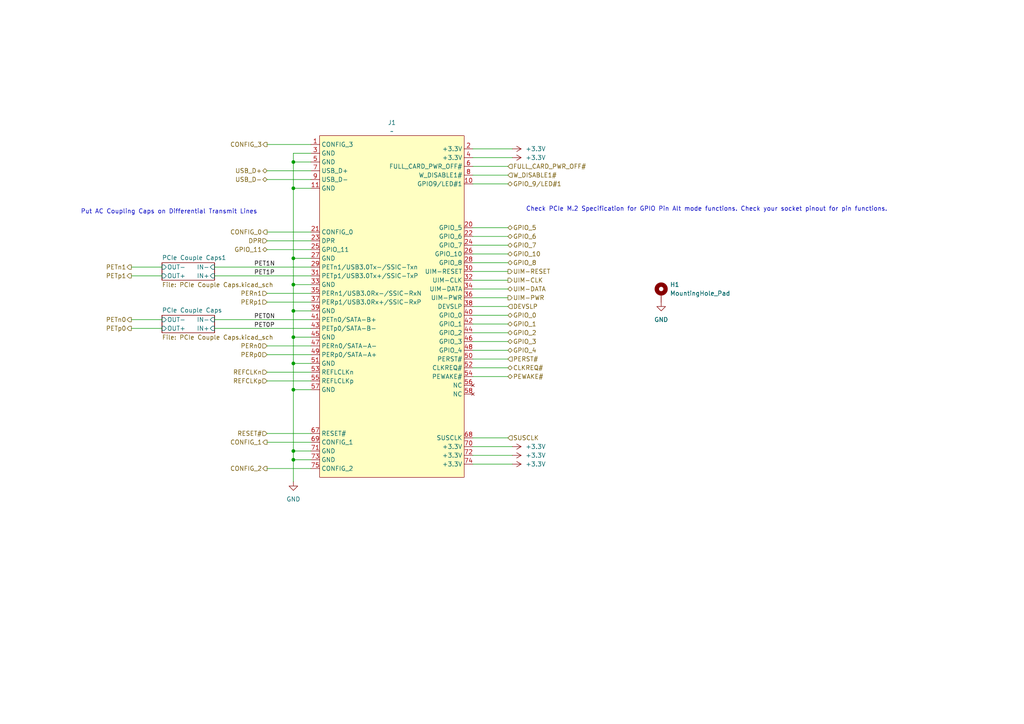
<source format=kicad_sch>
(kicad_sch (version 20250114) (generator "eeschema") (generator_version "9.0")
  (paper "A4")
  (lib_symbols
    (symbol "Mechanical:MountingHole_Pad" (pin_numbers (hide yes)) (pin_names (offset 1.016) (hide yes)) (in_bom no)
      (property "Reference" "H" (at 0 6.35 0))
      (property "Value" "MountingHole_Pad" (at 0 4.445 0))
      (symbol "MountingHole_Pad_0_1"
        (circle (center 0 1.27) (radius 1.27) (stroke (width 1.27)))
      )
      (symbol "MountingHole_Pad_1_1"
        (pin input line (at 0 -2.54 90) (length 2.54) (name "1") (number "1"))
      )
    )
    (symbol "PCIexpress:M.2_B+M_Key"
      (property "Reference" "J" (at 0 0 0))
      (symbol "M.2_B+M_Key_0_1"
        (rectangle (start -20.32 -5.08) (end 21.59 -104.14) (fill (type background)))
      )
      (symbol "M.2_B+M_Key_1_1"
        (pin output line (at -22.86 -7.62 0) (length 2.54) (name "CONFIG_3") (number "1"))
        (pin power_in line (at -22.86 -10.16 0) (length 2.54) (name "GND") (number "3"))
        (pin power_in line (at -22.86 -12.7 0) (length 2.54) (name "GND") (number "5"))
        (pin bidirectional line (at -22.86 -15.24 0) (length 2.54) (name "USB_D+") (number "7"))
        (pin bidirectional line (at -22.86 -17.78 0) (length 2.54) (name "USB_D-") (number "9"))
        (pin power_in line (at -22.86 -20.32 0) (length 2.54) (name "GND") (number "11"))
        (pin output line (at -22.86 -33.02 0) (length 2.54) (name "CONFIG_0") (number "21"))
        (pin input line (at -22.86 -35.56 0) (length 2.54) (name "DPR") (number "23"))
        (pin bidirectional line (at -22.86 -38.1 0) (length 2.54) (name "GPIO_11") (number "25"))
        (pin power_in line (at -22.86 -40.64 0) (length 2.54) (name "GND") (number "27"))
        (pin unspecified line (at -22.86 -43.18 0) (length 2.54) (name "PETn1/USB3.0Tx-/SSIC-Txn") (number "29"))
        (pin unspecified line (at -22.86 -45.72 0) (length 2.54) (name "PETp1/USB3.0Tx+/SSIC-TxP") (number "31"))
        (pin power_in line (at -22.86 -48.26 0) (length 2.54) (name "GND") (number "33"))
        (pin input line (at -22.86 -50.8 0) (length 2.54) (name "PERn1/USB3.0Rx-/SSIC-RxN") (number "35"))
        (pin input line (at -22.86 -53.34 0) (length 2.54) (name "PERp1/USB3.0Rx+/SSIC-RxP") (number "37"))
        (pin power_in line (at -22.86 -55.88 0) (length 2.54) (name "GND") (number "39"))
        (pin output line (at -22.86 -58.42 0) (length 2.54) (name "PETn0/SATA-B+") (number "41"))
        (pin output line (at -22.86 -60.96 0) (length 2.54) (name "PETp0/SATA-B-") (number "43"))
        (pin power_in line (at -22.86 -63.5 0) (length 2.54) (name "GND") (number "45"))
        (pin input line (at -22.86 -66.04 0) (length 2.54) (name "PERn0/SATA-A-") (number "47"))
        (pin input line (at -22.86 -68.58 0) (length 2.54) (name "PERp0/SATA-A+") (number "49"))
        (pin power_in line (at -22.86 -71.12 0) (length 2.54) (name "GND") (number "51"))
        (pin input line (at -22.86 -73.66 0) (length 2.54) (name "REFLCLKn") (number "53"))
        (pin input line (at -22.86 -76.2 0) (length 2.54) (name "REFLCLKp") (number "55"))
        (pin power_in line (at -22.86 -78.74 0) (length 2.54) (name "GND") (number "57"))
        (pin input line (at -22.86 -91.44 0) (length 2.54) (name "RESET#") (number "67"))
        (pin output line (at -22.86 -93.98 0) (length 2.54) (name "CONFIG_1") (number "69"))
        (pin power_in line (at -22.86 -96.52 0) (length 2.54) (name "GND") (number "71"))
        (pin power_in line (at -22.86 -99.06 0) (length 2.54) (name "GND") (number "73"))
        (pin output line (at -22.86 -101.6 0) (length 2.54) (name "CONFIG_2") (number "75"))
        (pin power_in line (at 24.13 -8.89 180) (length 2.54) (name "+3.3V") (number "2"))
        (pin power_in line (at 24.13 -11.43 180) (length 2.54) (name "+3.3V") (number "4"))
        (pin input line (at 24.13 -13.97 180) (length 2.54) (name "FULL_CARD_PWR_OFF#") (number "6"))
        (pin input line (at 24.13 -16.51 180) (length 2.54) (name "W_DISABLE1#") (number "8"))
        (pin bidirectional line (at 24.13 -19.05 180) (length 2.54) (name "GPIO9/LED#1") (number "10"))
        (pin bidirectional line (at 24.13 -31.75 180) (length 2.54) (name "GPIO_5") (number "20"))
        (pin bidirectional line (at 24.13 -34.29 180) (length 2.54) (name "GPIO_6") (number "22"))
        (pin bidirectional line (at 24.13 -36.83 180) (length 2.54) (name "GPIO_7") (number "24"))
        (pin bidirectional line (at 24.13 -39.37 180) (length 2.54) (name "GPIO_10") (number "26"))
        (pin bidirectional line (at 24.13 -41.91 180) (length 2.54) (name "GPIO_8") (number "28"))
        (pin output line (at 24.13 -44.45 180) (length 2.54) (name "UIM-RESET") (number "30"))
        (pin output line (at 24.13 -46.99 180) (length 2.54) (name "UIM-CLK") (number "32"))
        (pin bidirectional line (at 24.13 -49.53 180) (length 2.54) (name "UIM-DATA") (number "34"))
        (pin output line (at 24.13 -52.07 180) (length 2.54) (name "UIM-PWR") (number "36"))
        (pin input line (at 24.13 -54.61 180) (length 2.54) (name "DEVSLP") (number "38"))
        (pin bidirectional line (at 24.13 -57.15 180) (length 2.54) (name "GPIO_0") (number "40"))
        (pin bidirectional line (at 24.13 -59.69 180) (length 2.54) (name "GPIO_1") (number "42"))
        (pin bidirectional line (at 24.13 -62.23 180) (length 2.54) (name "GPIO_2") (number "44"))
        (pin bidirectional line (at 24.13 -64.77 180) (length 2.54) (name "GPIO_3") (number "46"))
        (pin bidirectional line (at 24.13 -67.31 180) (length 2.54) (name "GPIO_4") (number "48"))
        (pin input line (at 24.13 -69.85 180) (length 2.54) (name "PERST#") (number "50"))
        (pin bidirectional line (at 24.13 -72.39 180) (length 2.54) (name "CLKREQ#") (number "52"))
        (pin bidirectional line (at 24.13 -74.93 180) (length 2.54) (name "PEWAKE#") (number "54"))
        (pin no_connect line (at 24.13 -77.47 180) (length 2.54) (name "NC") (number "56"))
        (pin no_connect line (at 24.13 -80.01 180) (length 2.54) (name "NC") (number "58"))
        (pin input line (at 24.13 -92.71 180) (length 2.54) (name "SUSCLK") (number "68"))
        (pin power_in line (at 24.13 -95.25 180) (length 2.54) (name "+3.3V") (number "70"))
        (pin power_in line (at 24.13 -97.79 180) (length 2.54) (name "+3.3V") (number "72"))
        (pin power_in line (at 24.13 -100.33 180) (length 2.54) (name "+3.3V") (number "74"))
      )
    )
    (symbol "power:+3.3V" (power) (pin_numbers (hide yes)) (pin_names (offset 0) (hide yes))
      (property "Value" "+3.3V" (at 0 3.556 0))
      (symbol "+3.3V_0_1"
        (polyline (pts (xy -0.762 1.27) (xy 0 2.54)))
        (polyline (pts (xy 0 2.54) (xy 0.762 1.27)))
        (polyline (pts (xy 0 0) (xy 0 2.54)))
      )
      (symbol "+3.3V_1_1"
        (pin power_in line (at 0 0 90) (length 0) (name "~") (number "1"))
      )
    )
    (symbol "power:GND" (power) (pin_numbers (hide yes)) (pin_names (offset 0) (hide yes))
      (property "Value" "GND" (at 0 -3.81 0))
      (symbol "GND_0_1"
        (polyline (pts (xy 0 0) (xy 0 -1.27) (xy 1.27 -1.27) (xy 0 -2.54) (xy -1.27 -1.27) (xy 0 -1.27)))
      )
      (symbol "GND_1_1"
        (pin power_in line (at 0 0 270) (length 0) (name "~") (number "1"))
      )
    )
  )
  (text "Put AC Coupling Caps on Differential Transmit Lines" (at 49.022 61.468 0) (effects (font (size 1.27 1.27))))
  (text "Check PCIe M.2 Specification for GPIO Pin Alt mode functions. Check your socket pinout for pin functions." (at 204.978 60.706 0) (effects (font (size 1.27 1.27))))
  (junction (at 85.09 133.35))
  (junction (at 85.09 97.79))
  (junction (at 85.09 54.61))
  (junction (at 85.09 90.17))
  (junction (at 85.09 105.41))
  (junction (at 85.09 113.03))
  (junction (at 85.09 46.99))
  (junction (at 85.09 74.93))
  (junction (at 85.09 130.81))
  (junction (at 85.09 82.55))
  (wire (pts (xy 137.16 81.28) (xy 147.32 81.28)))
  (wire (pts (xy 137.16 129.54) (xy 148.59 129.54)))
  (wire (pts (xy 77.47 102.87) (xy 90.17 102.87)))
  (wire (pts (xy 38.1 77.47) (xy 46.99 77.47)))
  (wire (pts (xy 137.16 53.34) (xy 147.32 53.34)))
  (wire (pts (xy 137.16 96.52) (xy 147.32 96.52)))
  (wire (pts (xy 77.47 49.53) (xy 90.17 49.53)))
  (wire (pts (xy 137.16 132.08) (xy 148.59 132.08)))
  (wire (pts (xy 62.23 92.71) (xy 90.17 92.71)))
  (wire (pts (xy 137.16 45.72) (xy 148.59 45.72)))
  (wire (pts (xy 77.47 69.85) (xy 90.17 69.85)))
  (wire (pts (xy 137.16 109.22) (xy 147.32 109.22)))
  (wire (pts (xy 85.09 97.79) (xy 85.09 105.41)))
  (wire (pts (xy 137.16 73.66) (xy 147.32 73.66)))
  (wire (pts (xy 77.47 100.33) (xy 90.17 100.33)))
  (wire (pts (xy 85.09 54.61) (xy 85.09 74.93)))
  (wire (pts (xy 137.16 43.18) (xy 148.59 43.18)))
  (wire (pts (xy 77.47 107.95) (xy 90.17 107.95)))
  (wire (pts (xy 90.17 105.41) (xy 85.09 105.41)))
  (wire (pts (xy 137.16 83.82) (xy 147.32 83.82)))
  (wire (pts (xy 90.17 54.61) (xy 85.09 54.61)))
  (wire (pts (xy 85.09 130.81) (xy 85.09 133.35)))
  (wire (pts (xy 77.47 135.89) (xy 90.17 135.89)))
  (wire (pts (xy 85.09 74.93) (xy 85.09 82.55)))
  (wire (pts (xy 90.17 130.81) (xy 85.09 130.81)))
  (wire (pts (xy 137.16 106.68) (xy 147.32 106.68)))
  (wire (pts (xy 77.47 72.39) (xy 90.17 72.39)))
  (wire (pts (xy 137.16 134.62) (xy 148.59 134.62)))
  (wire (pts (xy 38.1 95.25) (xy 46.99 95.25)))
  (wire (pts (xy 85.09 133.35) (xy 85.09 139.7)))
  (wire (pts (xy 77.47 128.27) (xy 90.17 128.27)))
  (wire (pts (xy 90.17 97.79) (xy 85.09 97.79)))
  (wire (pts (xy 137.16 66.04) (xy 147.32 66.04)))
  (wire (pts (xy 85.09 90.17) (xy 85.09 97.79)))
  (wire (pts (xy 62.23 95.25) (xy 90.17 95.25)))
  (wire (pts (xy 85.09 44.45) (xy 85.09 46.99)))
  (wire (pts (xy 137.16 76.2) (xy 147.32 76.2)))
  (wire (pts (xy 77.47 125.73) (xy 90.17 125.73)))
  (wire (pts (xy 137.16 86.36) (xy 147.32 86.36)))
  (wire (pts (xy 90.17 133.35) (xy 85.09 133.35)))
  (wire (pts (xy 137.16 48.26) (xy 147.32 48.26)))
  (wire (pts (xy 90.17 82.55) (xy 85.09 82.55)))
  (wire (pts (xy 90.17 113.03) (xy 85.09 113.03)))
  (wire (pts (xy 137.16 88.9) (xy 147.32 88.9)))
  (wire (pts (xy 137.16 93.98) (xy 147.32 93.98)))
  (wire (pts (xy 77.47 87.63) (xy 90.17 87.63)))
  (wire (pts (xy 38.1 80.01) (xy 46.99 80.01)))
  (wire (pts (xy 77.47 85.09) (xy 90.17 85.09)))
  (wire (pts (xy 85.09 105.41) (xy 85.09 113.03)))
  (wire (pts (xy 38.1 92.71) (xy 46.99 92.71)))
  (wire (pts (xy 137.16 68.58) (xy 147.32 68.58)))
  (wire (pts (xy 90.17 74.93) (xy 85.09 74.93)))
  (wire (pts (xy 137.16 71.12) (xy 147.32 71.12)))
  (wire (pts (xy 90.17 46.99) (xy 85.09 46.99)))
  (wire (pts (xy 62.23 80.01) (xy 90.17 80.01)))
  (wire (pts (xy 90.17 90.17) (xy 85.09 90.17)))
  (wire (pts (xy 85.09 113.03) (xy 85.09 130.81)))
  (wire (pts (xy 137.16 78.74) (xy 147.32 78.74)))
  (wire (pts (xy 77.47 110.49) (xy 90.17 110.49)))
  (wire (pts (xy 137.16 104.14) (xy 147.32 104.14)))
  (wire (pts (xy 137.16 127) (xy 147.32 127)))
  (wire (pts (xy 137.16 101.6) (xy 147.32 101.6)))
  (wire (pts (xy 90.17 44.45) (xy 85.09 44.45)))
  (wire (pts (xy 77.47 41.91) (xy 90.17 41.91)))
  (wire (pts (xy 137.16 99.06) (xy 147.32 99.06)))
  (wire (pts (xy 62.23 77.47) (xy 90.17 77.47)))
  (wire (pts (xy 85.09 46.99) (xy 85.09 54.61)))
  (wire (pts (xy 85.09 82.55) (xy 85.09 90.17)))
  (wire (pts (xy 137.16 91.44) (xy 147.32 91.44)))
  (wire (pts (xy 137.16 50.8) (xy 147.32 50.8)))
  (wire (pts (xy 77.47 52.07) (xy 90.17 52.07)))
  (wire (pts (xy 77.47 67.31) (xy 90.17 67.31)))
  (label "PET0P" (at 73.66 95.25 0))
  (label "PET1N" (at 73.66 77.47 0))
  (label "PET0N" (at 73.66 92.71 0))
  (label "PET1P" (at 73.66 80.01 0))
  (hierarchical_label "USB_D-" (shape bidirectional) (at 77.47 52.07 180))
  (hierarchical_label "UIM-CLK" (shape output) (at 147.32 81.28 0))
  (hierarchical_label "PERn1" (shape input) (at 77.47 85.09 180))
  (hierarchical_label "PETn1" (shape output) (at 38.1 77.47 180))
  (hierarchical_label "REFCLKp" (shape input) (at 77.47 110.49 180))
  (hierarchical_label "GPIO_10" (shape bidirectional) (at 147.32 73.66 0))
  (hierarchical_label "USB_D+" (shape bidirectional) (at 77.47 49.53 180))
  (hierarchical_label "PERn0" (shape input) (at 77.47 100.33 180))
  (hierarchical_label "RESET#" (shape input) (at 77.47 125.73 180))
  (hierarchical_label "GPIO_6" (shape bidirectional) (at 147.32 68.58 0))
  (hierarchical_label "PERp0" (shape input) (at 77.47 102.87 180))
  (hierarchical_label "UIM-DATA" (shape bidirectional) (at 147.32 83.82 0))
  (hierarchical_label "GPIO_4" (shape bidirectional) (at 147.32 101.6 0))
  (hierarchical_label "CONFIG_3" (shape output) (at 77.47 41.91 180))
  (hierarchical_label "REFCLKn" (shape input) (at 77.47 107.95 180))
  (hierarchical_label "UIM-RESET" (shape output) (at 147.32 78.74 0))
  (hierarchical_label "CLKREQ#" (shape bidirectional) (at 147.32 106.68 0))
  (hierarchical_label "GPIO_3" (shape bidirectional) (at 147.32 99.06 0))
  (hierarchical_label "SUSCLK" (shape input) (at 147.32 127 0))
  (hierarchical_label "CONFIG_2" (shape output) (at 77.47 135.89 180))
  (hierarchical_label "GPIO_1" (shape bidirectional) (at 147.32 93.98 0))
  (hierarchical_label "UIM-PWR" (shape output) (at 147.32 86.36 0))
  (hierarchical_label "GPIO_9/LED#1" (shape bidirectional) (at 147.32 53.34 0))
  (hierarchical_label "CONFIG_0" (shape output) (at 77.47 67.31 180))
  (hierarchical_label "GPIO_2" (shape bidirectional) (at 147.32 96.52 0))
  (hierarchical_label "PERST#" (shape input) (at 147.32 104.14 0))
  (hierarchical_label "GPIO_11" (shape bidirectional) (at 77.47 72.39 180))
  (hierarchical_label "PERp1" (shape input) (at 77.47 87.63 180))
  (hierarchical_label "GPIO_8" (shape bidirectional) (at 147.32 76.2 0))
  (hierarchical_label "FULL_CARD_PWR_OFF#" (shape input) (at 147.32 48.26 0))
  (hierarchical_label "CONFIG_1" (shape output) (at 77.47 128.27 180))
  (hierarchical_label "GPIO_7" (shape bidirectional) (at 147.32 71.12 0))
  (hierarchical_label "DEVSLP" (shape input) (at 147.32 88.9 0))
  (hierarchical_label "W_DISABLE1#" (shape input) (at 147.32 50.8 0))
  (hierarchical_label "PETn0" (shape output) (at 38.1 92.71 180))
  (hierarchical_label "DPR" (shape input) (at 77.47 69.85 180))
  (hierarchical_label "GPIO_5" (shape bidirectional) (at 147.32 66.04 0))
  (hierarchical_label "PETp0" (shape output) (at 38.1 95.25 180))
  (hierarchical_label "GPIO_0" (shape bidirectional) (at 147.32 91.44 0))
  (hierarchical_label "PEWAKE#" (shape bidirectional) (at 147.32 109.22 0))
  (hierarchical_label "PETp1" (shape output) (at 38.1 80.01 180))
  (symbol (lib_id "power:GND") (at 191.77 87.63 0) (unit 1)
    (property "Reference" "#PWR01" (effects (hide yes)))
    (property "Value" "GND" (at 191.77 92.71 0))
    (property "Description" "Power symbol creates a global label with name \"GND\" , ground" (effects (hide yes)))
  )
  (symbol (lib_id "power:+3.3V") (at 148.59 132.08 270) (unit 1)
    (property "Reference" "#PWR04" (effects (hide yes)))
    (property "Value" "+3.3V" (at 152.4 132.0799 90) (effects (justify left)))
    (property "Description" "Power symbol creates a global label with name \"+3.3V\"" (effects (hide yes)))
  )
  (symbol (lib_id "power:GND") (at 85.09 139.7 0) (unit 1)
    (property "Reference" "#PWR02" (effects (hide yes)))
    (property "Value" "GND" (at 85.09 144.78 0))
    (property "Description" "Power symbol creates a global label with name \"GND\" , ground" (effects (hide yes)))
  )
  (symbol (lib_id "PCIexpress:M.2_B+M_Key") (at 113.03 34.29 0) (unit 1)
    (property "Reference" "J1" (at 113.665 35.56 0))
    (property "Value" "~" (at 113.665 38.1 0))
    (property "Footprint" "PCIexpress:M.2 B+M Key Connector" (effects (hide yes)))
    (property "Note" "Check PCIe M.2 Specification for Pin Alt mode functions. Check your socket pinout for pin functions." (effects (hide yes)))
  )
  (symbol (lib_id "power:+3.3V") (at 148.59 129.54 270) (unit 1)
    (property "Reference" "#PWR05" (effects (hide yes)))
    (property "Value" "+3.3V" (at 152.4 129.5399 90) (effects (justify left)))
    (property "Description" "Power symbol creates a global label with name \"+3.3V\"" (effects (hide yes)))
  )
  (symbol (lib_id "Mechanical:MountingHole_Pad") (at 191.77 85.09 0) (unit 1) (in_bom no)
    (property "Reference" "H1" (at 194.31 82.5499 0) (effects (justify left)))
    (property "Value" "MountingHole_Pad" (at 194.31 85.0899 0) (effects (justify left)))
    (property "Footprint" "Athena KiCAd library:M.2 Mounting Pad" (effects (hide yes)))
    (property "Description" "Mounting Hole with connection" (effects (hide yes)))
  )
  (symbol (lib_id "power:+3.3V") (at 148.59 43.18 270) (unit 1)
    (property "Reference" "#PWR06" (effects (hide yes)))
    (property "Value" "+3.3V" (at 152.4 43.1799 90) (effects (justify left)))
    (property "Description" "Power symbol creates a global label with name \"+3.3V\"" (effects (hide yes)))
  )
  (symbol (lib_id "power:+3.3V") (at 148.59 134.62 270) (unit 1)
    (property "Reference" "#PWR03" (effects (hide yes)))
    (property "Value" "+3.3V" (at 152.4 134.6199 90) (effects (justify left)))
    (property "Description" "Power symbol creates a global label with name \"+3.3V\"" (effects (hide yes)))
  )
  (symbol (lib_id "power:+3.3V") (at 148.59 45.72 270) (unit 1)
    (property "Reference" "#PWR07" (effects (hide yes)))
    (property "Value" "+3.3V" (at 152.4 45.7199 90) (effects (justify left)))
    (property "Description" "Power symbol creates a global label with name \"+3.3V\"" (effects (hide yes)))
  )
  (sheet (at 46.99 91.44) (size 15.24 5.08) (stroke (width 0.1524))
    (property "Sheetname" "PCIe Couple Caps" (at 46.99 90.7284 0) (effects (justify left bottom)))
    (property "Sheetfile" "PCIe Couple Caps.kicad_sch" (at 46.99 97.1046 0) (effects (justify left top)))
    (pin "OUT-" input (at 46.99 92.71 180))
    (pin "IN+" input (at 62.23 95.25 0))
    (pin "OUT+" input (at 46.99 95.25 180))
    (pin "IN-" input (at 62.23 92.71 0))
  )
  (sheet (at 46.99 76.2) (size 15.24 5.08) (stroke (width 0.1524))
    (property "Sheetname" "PCIe Couple Caps1" (at 46.99 75.4884 0) (effects (justify left bottom)))
    (property "Sheetfile" "PCIe Couple Caps.kicad_sch" (at 46.99 81.8646 0) (effects (justify left top)))
    (pin "OUT-" input (at 46.99 77.47 180))
    (pin "IN+" input (at 62.23 80.01 0))
    (pin "OUT+" input (at 46.99 80.01 180))
    (pin "IN-" input (at 62.23 77.47 0))
  )
)
</source>
